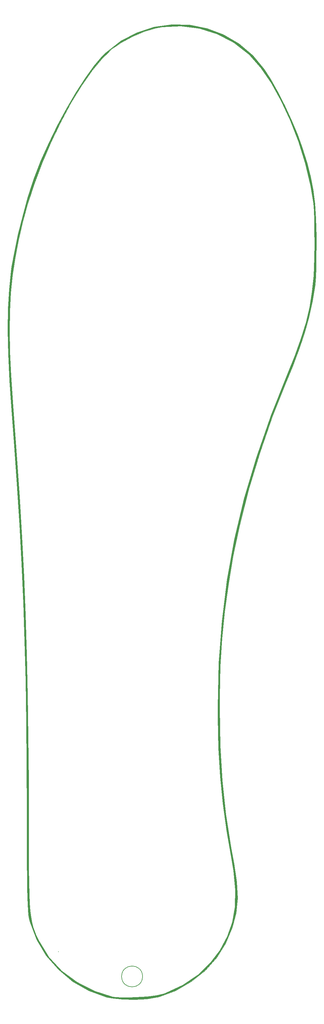
<source format=gbr>
G04 #@! TF.FileFunction,Profile,NP*
%FSLAX46Y46*%
G04 Gerber Fmt 4.6, Leading zero omitted, Abs format (unit mm)*
G04 Created by KiCad (PCBNEW 4.0.6) date 04/30/18 13:43:07*
%MOMM*%
%LPD*%
G01*
G04 APERTURE LIST*
%ADD10C,0.100000*%
%ADD11C,0.150000*%
%ADD12C,0.010000*%
G04 APERTURE END LIST*
D10*
D11*
X61500000Y-295000000D02*
G75*
G03X61500000Y-295000000I-3000000J0D01*
G01*
X37400000Y-287800000D02*
X37400000Y-287900000D01*
D12*
G36*
X74974718Y-21967256D02*
X79945968Y-22939642D01*
X84710778Y-24737000D01*
X89155429Y-27347488D01*
X93166199Y-30759267D01*
X96392661Y-34620413D01*
X98264295Y-37537468D01*
X100293177Y-41151127D01*
X102344685Y-45184818D01*
X104284195Y-49361970D01*
X105977087Y-53406012D01*
X107255079Y-56936432D01*
X108619868Y-61375718D01*
X109658548Y-65393544D01*
X110409943Y-69254739D01*
X110912873Y-73224132D01*
X111206161Y-77566555D01*
X111328630Y-82546835D01*
X111338484Y-84792000D01*
X111324072Y-88688553D01*
X111270709Y-91786261D01*
X111163208Y-94301998D01*
X110986378Y-96452642D01*
X110725031Y-98455068D01*
X110363978Y-100526152D01*
X110166034Y-101532837D01*
X109137639Y-106127519D01*
X107912823Y-110568194D01*
X106404388Y-115121978D01*
X104525138Y-120055989D01*
X102640608Y-124586232D01*
X98760350Y-134313822D01*
X95179661Y-144615146D01*
X92002069Y-155150522D01*
X89331102Y-165580268D01*
X87519394Y-174200000D01*
X86096230Y-182486181D01*
X85021259Y-190339124D01*
X84265432Y-198082854D01*
X83799696Y-206041396D01*
X83595001Y-214538775D01*
X83579694Y-218142000D01*
X83777294Y-228761506D01*
X84375666Y-238762100D01*
X85405222Y-248470960D01*
X86896370Y-258215264D01*
X87716678Y-262650515D01*
X88517902Y-267899866D01*
X88719645Y-272543451D01*
X88297907Y-276812809D01*
X87228684Y-280939478D01*
X85487976Y-285154997D01*
X85355477Y-285428466D01*
X82807886Y-289545469D01*
X79444793Y-293274463D01*
X75433922Y-296483402D01*
X70942999Y-299040244D01*
X66139748Y-300812945D01*
X65650269Y-300941608D01*
X62746843Y-301431638D01*
X59313951Y-301638640D01*
X55778683Y-301563622D01*
X52568130Y-301207593D01*
X51152000Y-300907351D01*
X46091377Y-299077581D01*
X41447342Y-296409122D01*
X37329535Y-293010740D01*
X33847596Y-288991201D01*
X31111167Y-284459271D01*
X29229889Y-279523715D01*
X29097273Y-279028672D01*
X28920028Y-278221762D01*
X28770031Y-277229661D01*
X28645086Y-275967309D01*
X28542998Y-274349643D01*
X28461570Y-272291604D01*
X28398607Y-269708131D01*
X28351913Y-266514163D01*
X28319292Y-262624638D01*
X28298549Y-257954497D01*
X28287486Y-252418678D01*
X28284189Y-247532672D01*
X28245171Y-234328264D01*
X28130643Y-221940384D01*
X27933096Y-210171841D01*
X27645023Y-198825441D01*
X27258917Y-187703991D01*
X26767269Y-176610300D01*
X26162572Y-165347174D01*
X25437318Y-153717421D01*
X24583999Y-141523848D01*
X23906203Y-132544000D01*
X23322009Y-124042503D01*
X22960867Y-116428647D01*
X22824372Y-109673407D01*
X23301710Y-109673407D01*
X23421196Y-115785763D01*
X23735314Y-122562221D01*
X24236817Y-130149418D01*
X24417950Y-132544000D01*
X25368273Y-145294816D01*
X26184498Y-157350134D01*
X26874144Y-168907659D01*
X27444733Y-180165099D01*
X27903786Y-191320160D01*
X28258823Y-202570548D01*
X28517365Y-214113971D01*
X28686933Y-226148136D01*
X28775049Y-238870748D01*
X28792189Y-247532672D01*
X28795717Y-253962244D01*
X28807342Y-259465058D01*
X28834341Y-264130354D01*
X28883990Y-268047373D01*
X28963566Y-271305358D01*
X29080346Y-273993548D01*
X29241606Y-276201186D01*
X29454624Y-278017512D01*
X29726675Y-279531767D01*
X30065038Y-280833193D01*
X30476988Y-282011030D01*
X30969802Y-283154520D01*
X31550758Y-284352904D01*
X31841708Y-284931536D01*
X34690087Y-289469662D01*
X38318124Y-293381097D01*
X42679544Y-296630835D01*
X47728071Y-299183868D01*
X52930000Y-300884755D01*
X53838532Y-300975287D01*
X55504696Y-301019654D01*
X57671021Y-301014384D01*
X59534000Y-300973832D01*
X62840358Y-300793707D01*
X65449441Y-300449294D01*
X67673031Y-299894874D01*
X68283172Y-299690790D01*
X73015083Y-297503717D01*
X77382467Y-294462147D01*
X81203457Y-290711029D01*
X83650774Y-287442844D01*
X85795519Y-283527588D01*
X87240386Y-279428039D01*
X88003409Y-275006344D01*
X88102621Y-270124648D01*
X87556054Y-264645098D01*
X87034474Y-261576000D01*
X85596899Y-253319594D01*
X84511084Y-245426422D01*
X83748948Y-237585090D01*
X83282409Y-229484211D01*
X83083385Y-220812392D01*
X83071694Y-217634000D01*
X83360660Y-205112820D01*
X84231934Y-193031369D01*
X85717633Y-181235663D01*
X87849878Y-169571721D01*
X90660788Y-157885558D01*
X94182481Y-146023190D01*
X98447076Y-133830636D01*
X102905775Y-122546980D01*
X105174820Y-116887676D01*
X106984505Y-111885732D01*
X108381726Y-107317620D01*
X109413379Y-102959814D01*
X110126359Y-98588785D01*
X110567563Y-93981007D01*
X110783886Y-88912953D01*
X110826749Y-84792000D01*
X110813554Y-80891539D01*
X110760992Y-77790818D01*
X110654082Y-75273867D01*
X110477842Y-73124718D01*
X110217293Y-71127402D01*
X109857453Y-69065952D01*
X109669756Y-68112432D01*
X108134641Y-61690204D01*
X106168408Y-55383580D01*
X103840258Y-49339690D01*
X101219393Y-43705667D01*
X98375012Y-38628643D01*
X95376317Y-34255748D01*
X92292509Y-30734116D01*
X91921667Y-30377265D01*
X87666787Y-27045980D01*
X82928529Y-24558257D01*
X77842785Y-22952363D01*
X72545443Y-22266565D01*
X67172395Y-22539129D01*
X65274004Y-22873278D01*
X62122797Y-23807993D01*
X58682765Y-25274699D01*
X55370243Y-27073945D01*
X52790713Y-28853508D01*
X49973687Y-31509716D01*
X47034427Y-35040366D01*
X44037023Y-39321132D01*
X41045562Y-44227686D01*
X38124134Y-49635701D01*
X35336828Y-55420851D01*
X32747734Y-61458809D01*
X30420940Y-67625249D01*
X28420535Y-73795842D01*
X27078042Y-78733720D01*
X25877499Y-83940849D01*
X24915083Y-88932255D01*
X24183545Y-93854577D01*
X23675636Y-98854451D01*
X23384108Y-104078515D01*
X23301710Y-109673407D01*
X22824372Y-109673407D01*
X22822865Y-109598839D01*
X22908092Y-103449485D01*
X23216635Y-97876993D01*
X23748583Y-92777771D01*
X23941212Y-91396000D01*
X24717256Y-86960191D01*
X25795542Y-81953577D01*
X27084262Y-76739759D01*
X28491605Y-71682339D01*
X29925761Y-67144920D01*
X30418862Y-65742000D01*
X32325537Y-60892670D01*
X34561222Y-55880796D01*
X37039010Y-50857731D01*
X39671994Y-45974831D01*
X42373270Y-41383451D01*
X45055931Y-37234947D01*
X47633071Y-33680673D01*
X50017784Y-30871985D01*
X51002086Y-29894319D01*
X55299729Y-26564239D01*
X59959534Y-24118333D01*
X64867780Y-22544761D01*
X69910748Y-21831682D01*
X74974718Y-21967256D01*
X74974718Y-21967256D01*
G37*
X74974718Y-21967256D02*
X79945968Y-22939642D01*
X84710778Y-24737000D01*
X89155429Y-27347488D01*
X93166199Y-30759267D01*
X96392661Y-34620413D01*
X98264295Y-37537468D01*
X100293177Y-41151127D01*
X102344685Y-45184818D01*
X104284195Y-49361970D01*
X105977087Y-53406012D01*
X107255079Y-56936432D01*
X108619868Y-61375718D01*
X109658548Y-65393544D01*
X110409943Y-69254739D01*
X110912873Y-73224132D01*
X111206161Y-77566555D01*
X111328630Y-82546835D01*
X111338484Y-84792000D01*
X111324072Y-88688553D01*
X111270709Y-91786261D01*
X111163208Y-94301998D01*
X110986378Y-96452642D01*
X110725031Y-98455068D01*
X110363978Y-100526152D01*
X110166034Y-101532837D01*
X109137639Y-106127519D01*
X107912823Y-110568194D01*
X106404388Y-115121978D01*
X104525138Y-120055989D01*
X102640608Y-124586232D01*
X98760350Y-134313822D01*
X95179661Y-144615146D01*
X92002069Y-155150522D01*
X89331102Y-165580268D01*
X87519394Y-174200000D01*
X86096230Y-182486181D01*
X85021259Y-190339124D01*
X84265432Y-198082854D01*
X83799696Y-206041396D01*
X83595001Y-214538775D01*
X83579694Y-218142000D01*
X83777294Y-228761506D01*
X84375666Y-238762100D01*
X85405222Y-248470960D01*
X86896370Y-258215264D01*
X87716678Y-262650515D01*
X88517902Y-267899866D01*
X88719645Y-272543451D01*
X88297907Y-276812809D01*
X87228684Y-280939478D01*
X85487976Y-285154997D01*
X85355477Y-285428466D01*
X82807886Y-289545469D01*
X79444793Y-293274463D01*
X75433922Y-296483402D01*
X70942999Y-299040244D01*
X66139748Y-300812945D01*
X65650269Y-300941608D01*
X62746843Y-301431638D01*
X59313951Y-301638640D01*
X55778683Y-301563622D01*
X52568130Y-301207593D01*
X51152000Y-300907351D01*
X46091377Y-299077581D01*
X41447342Y-296409122D01*
X37329535Y-293010740D01*
X33847596Y-288991201D01*
X31111167Y-284459271D01*
X29229889Y-279523715D01*
X29097273Y-279028672D01*
X28920028Y-278221762D01*
X28770031Y-277229661D01*
X28645086Y-275967309D01*
X28542998Y-274349643D01*
X28461570Y-272291604D01*
X28398607Y-269708131D01*
X28351913Y-266514163D01*
X28319292Y-262624638D01*
X28298549Y-257954497D01*
X28287486Y-252418678D01*
X28284189Y-247532672D01*
X28245171Y-234328264D01*
X28130643Y-221940384D01*
X27933096Y-210171841D01*
X27645023Y-198825441D01*
X27258917Y-187703991D01*
X26767269Y-176610300D01*
X26162572Y-165347174D01*
X25437318Y-153717421D01*
X24583999Y-141523848D01*
X23906203Y-132544000D01*
X23322009Y-124042503D01*
X22960867Y-116428647D01*
X22824372Y-109673407D01*
X23301710Y-109673407D01*
X23421196Y-115785763D01*
X23735314Y-122562221D01*
X24236817Y-130149418D01*
X24417950Y-132544000D01*
X25368273Y-145294816D01*
X26184498Y-157350134D01*
X26874144Y-168907659D01*
X27444733Y-180165099D01*
X27903786Y-191320160D01*
X28258823Y-202570548D01*
X28517365Y-214113971D01*
X28686933Y-226148136D01*
X28775049Y-238870748D01*
X28792189Y-247532672D01*
X28795717Y-253962244D01*
X28807342Y-259465058D01*
X28834341Y-264130354D01*
X28883990Y-268047373D01*
X28963566Y-271305358D01*
X29080346Y-273993548D01*
X29241606Y-276201186D01*
X29454624Y-278017512D01*
X29726675Y-279531767D01*
X30065038Y-280833193D01*
X30476988Y-282011030D01*
X30969802Y-283154520D01*
X31550758Y-284352904D01*
X31841708Y-284931536D01*
X34690087Y-289469662D01*
X38318124Y-293381097D01*
X42679544Y-296630835D01*
X47728071Y-299183868D01*
X52930000Y-300884755D01*
X53838532Y-300975287D01*
X55504696Y-301019654D01*
X57671021Y-301014384D01*
X59534000Y-300973832D01*
X62840358Y-300793707D01*
X65449441Y-300449294D01*
X67673031Y-299894874D01*
X68283172Y-299690790D01*
X73015083Y-297503717D01*
X77382467Y-294462147D01*
X81203457Y-290711029D01*
X83650774Y-287442844D01*
X85795519Y-283527588D01*
X87240386Y-279428039D01*
X88003409Y-275006344D01*
X88102621Y-270124648D01*
X87556054Y-264645098D01*
X87034474Y-261576000D01*
X85596899Y-253319594D01*
X84511084Y-245426422D01*
X83748948Y-237585090D01*
X83282409Y-229484211D01*
X83083385Y-220812392D01*
X83071694Y-217634000D01*
X83360660Y-205112820D01*
X84231934Y-193031369D01*
X85717633Y-181235663D01*
X87849878Y-169571721D01*
X90660788Y-157885558D01*
X94182481Y-146023190D01*
X98447076Y-133830636D01*
X102905775Y-122546980D01*
X105174820Y-116887676D01*
X106984505Y-111885732D01*
X108381726Y-107317620D01*
X109413379Y-102959814D01*
X110126359Y-98588785D01*
X110567563Y-93981007D01*
X110783886Y-88912953D01*
X110826749Y-84792000D01*
X110813554Y-80891539D01*
X110760992Y-77790818D01*
X110654082Y-75273867D01*
X110477842Y-73124718D01*
X110217293Y-71127402D01*
X109857453Y-69065952D01*
X109669756Y-68112432D01*
X108134641Y-61690204D01*
X106168408Y-55383580D01*
X103840258Y-49339690D01*
X101219393Y-43705667D01*
X98375012Y-38628643D01*
X95376317Y-34255748D01*
X92292509Y-30734116D01*
X91921667Y-30377265D01*
X87666787Y-27045980D01*
X82928529Y-24558257D01*
X77842785Y-22952363D01*
X72545443Y-22266565D01*
X67172395Y-22539129D01*
X65274004Y-22873278D01*
X62122797Y-23807993D01*
X58682765Y-25274699D01*
X55370243Y-27073945D01*
X52790713Y-28853508D01*
X49973687Y-31509716D01*
X47034427Y-35040366D01*
X44037023Y-39321132D01*
X41045562Y-44227686D01*
X38124134Y-49635701D01*
X35336828Y-55420851D01*
X32747734Y-61458809D01*
X30420940Y-67625249D01*
X28420535Y-73795842D01*
X27078042Y-78733720D01*
X25877499Y-83940849D01*
X24915083Y-88932255D01*
X24183545Y-93854577D01*
X23675636Y-98854451D01*
X23384108Y-104078515D01*
X23301710Y-109673407D01*
X22824372Y-109673407D01*
X22822865Y-109598839D01*
X22908092Y-103449485D01*
X23216635Y-97876993D01*
X23748583Y-92777771D01*
X23941212Y-91396000D01*
X24717256Y-86960191D01*
X25795542Y-81953577D01*
X27084262Y-76739759D01*
X28491605Y-71682339D01*
X29925761Y-67144920D01*
X30418862Y-65742000D01*
X32325537Y-60892670D01*
X34561222Y-55880796D01*
X37039010Y-50857731D01*
X39671994Y-45974831D01*
X42373270Y-41383451D01*
X45055931Y-37234947D01*
X47633071Y-33680673D01*
X50017784Y-30871985D01*
X51002086Y-29894319D01*
X55299729Y-26564239D01*
X59959534Y-24118333D01*
X64867780Y-22544761D01*
X69910748Y-21831682D01*
X74974718Y-21967256D01*
M02*

</source>
